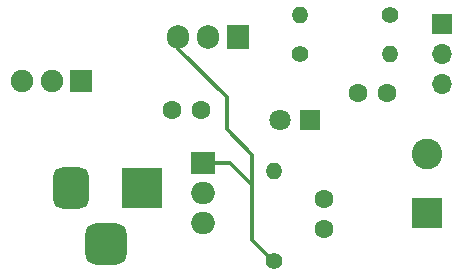
<source format=gbl>
%TF.GenerationSoftware,KiCad,Pcbnew,8.0.6*%
%TF.CreationDate,2024-12-14T14:55:46+02:00*%
%TF.ProjectId,Breadboard_Power_Supply,42726561-6462-46f6-9172-645f506f7765,rev?*%
%TF.SameCoordinates,Original*%
%TF.FileFunction,Copper,L2,Bot*%
%TF.FilePolarity,Positive*%
%FSLAX46Y46*%
G04 Gerber Fmt 4.6, Leading zero omitted, Abs format (unit mm)*
G04 Created by KiCad (PCBNEW 8.0.6) date 2024-12-14 14:55:46*
%MOMM*%
%LPD*%
G01*
G04 APERTURE LIST*
G04 Aperture macros list*
%AMRoundRect*
0 Rectangle with rounded corners*
0 $1 Rounding radius*
0 $2 $3 $4 $5 $6 $7 $8 $9 X,Y pos of 4 corners*
0 Add a 4 corners polygon primitive as box body*
4,1,4,$2,$3,$4,$5,$6,$7,$8,$9,$2,$3,0*
0 Add four circle primitives for the rounded corners*
1,1,$1+$1,$2,$3*
1,1,$1+$1,$4,$5*
1,1,$1+$1,$6,$7*
1,1,$1+$1,$8,$9*
0 Add four rect primitives between the rounded corners*
20,1,$1+$1,$2,$3,$4,$5,0*
20,1,$1+$1,$4,$5,$6,$7,0*
20,1,$1+$1,$6,$7,$8,$9,0*
20,1,$1+$1,$8,$9,$2,$3,0*%
G04 Aperture macros list end*
%TA.AperFunction,ComponentPad*%
%ADD10C,1.600000*%
%TD*%
%TA.AperFunction,ComponentPad*%
%ADD11R,2.600000X2.600000*%
%TD*%
%TA.AperFunction,ComponentPad*%
%ADD12C,2.600000*%
%TD*%
%TA.AperFunction,ComponentPad*%
%ADD13R,1.900000X1.900000*%
%TD*%
%TA.AperFunction,ComponentPad*%
%ADD14C,1.900000*%
%TD*%
%TA.AperFunction,ComponentPad*%
%ADD15R,1.905000X2.000000*%
%TD*%
%TA.AperFunction,ComponentPad*%
%ADD16O,1.905000X2.000000*%
%TD*%
%TA.AperFunction,ComponentPad*%
%ADD17O,1.400000X1.400000*%
%TD*%
%TA.AperFunction,ComponentPad*%
%ADD18C,1.400000*%
%TD*%
%TA.AperFunction,ComponentPad*%
%ADD19R,1.800000X1.800000*%
%TD*%
%TA.AperFunction,ComponentPad*%
%ADD20C,1.800000*%
%TD*%
%TA.AperFunction,ComponentPad*%
%ADD21R,3.500000X3.500000*%
%TD*%
%TA.AperFunction,ComponentPad*%
%ADD22RoundRect,0.750000X-0.750000X-1.000000X0.750000X-1.000000X0.750000X1.000000X-0.750000X1.000000X0*%
%TD*%
%TA.AperFunction,ComponentPad*%
%ADD23RoundRect,0.875000X-0.875000X-0.875000X0.875000X-0.875000X0.875000X0.875000X-0.875000X0.875000X0*%
%TD*%
%TA.AperFunction,ComponentPad*%
%ADD24R,2.000000X1.905000*%
%TD*%
%TA.AperFunction,ComponentPad*%
%ADD25O,2.000000X1.905000*%
%TD*%
%TA.AperFunction,ComponentPad*%
%ADD26R,1.700000X1.700000*%
%TD*%
%TA.AperFunction,ComponentPad*%
%ADD27O,1.700000X1.700000*%
%TD*%
%TA.AperFunction,Conductor*%
%ADD28C,0.350000*%
%TD*%
G04 APERTURE END LIST*
D10*
%TO.P,C3,1*%
%TO.N,/3.3V*%
X71350000Y-45250000D03*
%TO.P,C3,2*%
%TO.N,GND*%
X68850000Y-45250000D03*
%TD*%
D11*
%TO.P,J5,1,Pin_1*%
%TO.N,GND*%
X74705000Y-55400000D03*
D12*
%TO.P,J5,2,Pin_2*%
%TO.N,/PWR_output*%
X74705000Y-50400000D03*
%TD*%
D13*
%TO.P,S1,1*%
%TO.N,/12V*%
X45450000Y-44200000D03*
D14*
%TO.P,S1,2*%
%TO.N,/PWR_input*%
X42950000Y-44200000D03*
%TO.P,S1,3*%
%TO.N,unconnected-(S1-Pad3)*%
X40450000Y-44200000D03*
%TD*%
D15*
%TO.P,U2,1,ADJ*%
%TO.N,Net-(U2-ADJ)*%
X58740000Y-40505000D03*
D16*
%TO.P,U2,2,VO*%
%TO.N,/3.3V*%
X56200000Y-40505000D03*
%TO.P,U2,3,VI*%
%TO.N,/12V*%
X53660000Y-40505000D03*
%TD*%
D17*
%TO.P,R2,2*%
%TO.N,Net-(U2-ADJ)*%
X63990000Y-38600000D03*
D18*
%TO.P,R2,1*%
%TO.N,/3.3V*%
X71610000Y-38600000D03*
%TD*%
D19*
%TO.P,D1,1,K*%
%TO.N,GND*%
X64775000Y-47500000D03*
D20*
%TO.P,D1,2,A*%
%TO.N,Net-(D1-A)*%
X62235000Y-47500000D03*
%TD*%
D21*
%TO.P,J6,1*%
%TO.N,/PWR_input*%
X50550000Y-53300000D03*
D22*
%TO.P,J6,2*%
%TO.N,GND*%
X44550000Y-53300000D03*
D23*
%TO.P,J6,3*%
X47550000Y-58000000D03*
%TD*%
D18*
%TO.P,R3,1*%
%TO.N,Net-(U2-ADJ)*%
X63940000Y-41900000D03*
D17*
%TO.P,R3,2*%
%TO.N,GND*%
X71560000Y-41900000D03*
%TD*%
D24*
%TO.P,U1,1,VI*%
%TO.N,/12V*%
X55750000Y-51150000D03*
D25*
%TO.P,U1,2,GND*%
%TO.N,GND*%
X55750000Y-53690000D03*
%TO.P,U1,3,VO*%
%TO.N,/5V*%
X55750000Y-56230000D03*
%TD*%
D18*
%TO.P,R1,1*%
%TO.N,/12V*%
X61800000Y-59470000D03*
D17*
%TO.P,R1,2*%
%TO.N,Net-(D1-A)*%
X61800000Y-51850000D03*
%TD*%
D10*
%TO.P,C2,1*%
%TO.N,/5V*%
X66000000Y-56750000D03*
%TO.P,C2,2*%
%TO.N,GND*%
X66000000Y-54250000D03*
%TD*%
%TO.P,C1,1*%
%TO.N,/12V*%
X55600000Y-46700000D03*
%TO.P,C1,2*%
%TO.N,GND*%
X53100000Y-46700000D03*
%TD*%
D26*
%TO.P,J3,1,Pin_1*%
%TO.N,/3.3V*%
X76025000Y-39350000D03*
D27*
%TO.P,J3,2,Pin_2*%
%TO.N,/PWR_output*%
X76025000Y-41890000D03*
%TO.P,J3,3,Pin_3*%
%TO.N,/5V*%
X76025000Y-44430000D03*
%TD*%
D28*
%TO.N,/12V*%
X59900000Y-50450000D02*
X59900000Y-54500000D01*
X57750000Y-48300000D02*
X59900000Y-50450000D01*
X53660000Y-41510000D02*
X57750000Y-45600000D01*
X57750000Y-45600000D02*
X57750000Y-48300000D01*
X53660000Y-40505000D02*
X53660000Y-41510000D01*
X58050000Y-51150000D02*
X59900000Y-53000000D01*
X55750000Y-51150000D02*
X58050000Y-51150000D01*
X59900000Y-53000000D02*
X59900000Y-54500000D01*
X59900000Y-54500000D02*
X59900000Y-57650000D01*
X59900000Y-57650000D02*
X61720000Y-59470000D01*
X61720000Y-59470000D02*
X61800000Y-59470000D01*
%TD*%
M02*

</source>
